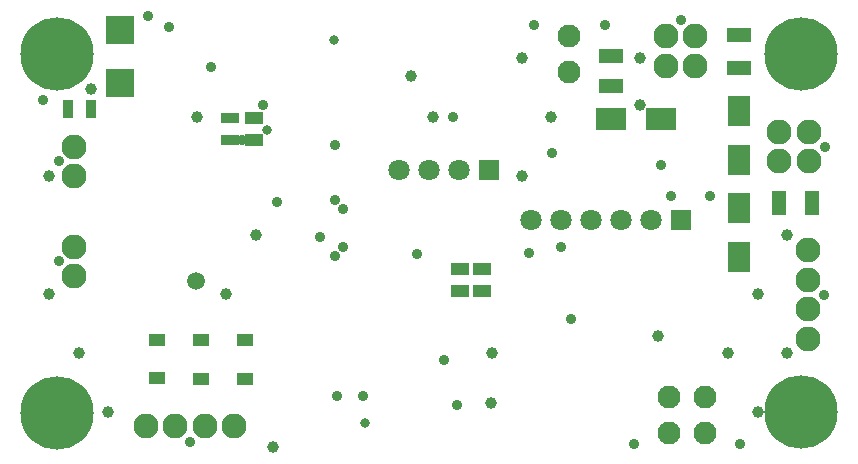
<source format=gbs>
G04*
G04 #@! TF.GenerationSoftware,Altium Limited,Altium Designer,18.1.9 (240)*
G04*
G04 Layer_Color=16711935*
%FSLAX44Y44*%
%MOMM*%
G71*
G01*
G75*
%ADD32R,1.5032X0.9032*%
%ADD33R,1.5032X1.1032*%
%ADD40R,0.9032X1.5032*%
%ADD42C,2.1032*%
%ADD43C,1.9532*%
%ADD44C,1.8032*%
%ADD45R,1.8032X1.8032*%
%ADD46C,6.2032*%
%ADD47C,1.5032*%
%ADD48C,1.0032*%
%ADD49C,0.9032*%
%ADD50C,0.8032*%
%ADD81R,2.4132X2.4032*%
%ADD82R,2.5032X1.9032*%
%ADD83R,2.0032X1.2032*%
%ADD84R,1.2032X2.0032*%
%ADD85R,1.9032X2.5032*%
%ADD86R,1.4232X1.1132*%
D32*
X753250Y799000D02*
D03*
Y780000D02*
D03*
D33*
X773750Y780000D02*
D03*
Y799000D02*
D03*
X947500Y652250D02*
D03*
Y671250D02*
D03*
X966750Y652250D02*
D03*
Y671250D02*
D03*
D40*
X616250Y806500D02*
D03*
X635250D02*
D03*
D42*
X1122250Y843250D02*
D03*
X1147250D02*
D03*
X1122250Y868250D02*
D03*
X1147250D02*
D03*
X1218250Y787000D02*
D03*
Y762000D02*
D03*
X1243250Y787000D02*
D03*
Y762000D02*
D03*
X1242500Y611750D02*
D03*
Y636750D02*
D03*
Y661750D02*
D03*
Y686750D02*
D03*
X621500Y749500D02*
D03*
Y774500D02*
D03*
Y690000D02*
D03*
Y665000D02*
D03*
X756750Y537750D02*
D03*
X731750D02*
D03*
X706750D02*
D03*
X681750D02*
D03*
D43*
X1040250Y868000D02*
D03*
Y838000D02*
D03*
X1155250Y562250D02*
D03*
X1125250D02*
D03*
X1155250Y532250D02*
D03*
X1125250D02*
D03*
D44*
X896000Y754500D02*
D03*
X921400D02*
D03*
X946800D02*
D03*
X1008250Y712500D02*
D03*
X1033650D02*
D03*
X1084450D02*
D03*
X1109850D02*
D03*
X1059050D02*
D03*
D45*
X972200Y754500D02*
D03*
X1135250Y712500D02*
D03*
D46*
X1236500Y852800D02*
D03*
Y550250D02*
D03*
X606750Y852800D02*
D03*
X607000Y548750D02*
D03*
D47*
X724250Y660441D02*
D03*
D48*
X635250Y823000D02*
D03*
X974500Y557750D02*
D03*
X789750Y520250D02*
D03*
X1115165Y614000D02*
D03*
X906269Y834250D02*
D03*
X1100000Y809750D02*
D03*
X1225000Y700000D02*
D03*
X1200000Y650000D02*
D03*
X1225000Y600000D02*
D03*
X1200000Y550000D02*
D03*
X1175000Y600000D02*
D03*
X1100000Y850000D02*
D03*
X1000000D02*
D03*
X1025000Y800000D02*
D03*
X1000000Y750000D02*
D03*
X975000Y600000D02*
D03*
X925000Y800000D02*
D03*
X775000Y700000D02*
D03*
X750000Y650000D02*
D03*
X725000Y800000D02*
D03*
X650000Y550000D02*
D03*
X600000Y750000D02*
D03*
Y650000D02*
D03*
X625000Y600000D02*
D03*
D49*
X683500Y884788D02*
D03*
X1025500Y768811D02*
D03*
X1134750Y881650D02*
D03*
X1070250Y877400D02*
D03*
X1010250D02*
D03*
X1185250Y522850D02*
D03*
X1095250D02*
D03*
X594750Y814000D02*
D03*
X842040Y776290D02*
D03*
X781038Y810164D02*
D03*
X793000Y727285D02*
D03*
X849250Y721562D02*
D03*
X842000Y729770D02*
D03*
X1006250Y684500D02*
D03*
X945000Y555950D02*
D03*
X934750Y594000D02*
D03*
X1033557Y689750D02*
D03*
X1256650Y774500D02*
D03*
X1255900Y649250D02*
D03*
X608100Y762000D02*
D03*
Y677500D02*
D03*
X719250Y524350D02*
D03*
X829287Y697750D02*
D03*
X843967Y563568D02*
D03*
X865500D02*
D03*
X1118000Y759000D02*
D03*
X942000Y799750D02*
D03*
X1159750Y732750D02*
D03*
X1126750D02*
D03*
X701250Y875500D02*
D03*
X737000Y841750D02*
D03*
X1041750Y629000D02*
D03*
X911250Y684020D02*
D03*
X842000Y681750D02*
D03*
X849250Y689750D02*
D03*
X763500Y780000D02*
D03*
D50*
X841243Y865250D02*
D03*
X867161Y540250D02*
D03*
X784710Y789029D02*
D03*
D81*
X660000Y873500D02*
D03*
Y828500D02*
D03*
D82*
X1076000Y798250D02*
D03*
X1118000D02*
D03*
D83*
X1075750Y826000D02*
D03*
Y851000D02*
D03*
X1184250Y840750D02*
D03*
Y868750D02*
D03*
D84*
X1217750Y727250D02*
D03*
X1245750D02*
D03*
D85*
X1184250Y723000D02*
D03*
Y681000D02*
D03*
Y805125D02*
D03*
Y763125D02*
D03*
D86*
X766000Y610850D02*
D03*
Y578150D02*
D03*
X728750Y610850D02*
D03*
Y578150D02*
D03*
X691000Y611100D02*
D03*
Y578400D02*
D03*
M02*

</source>
